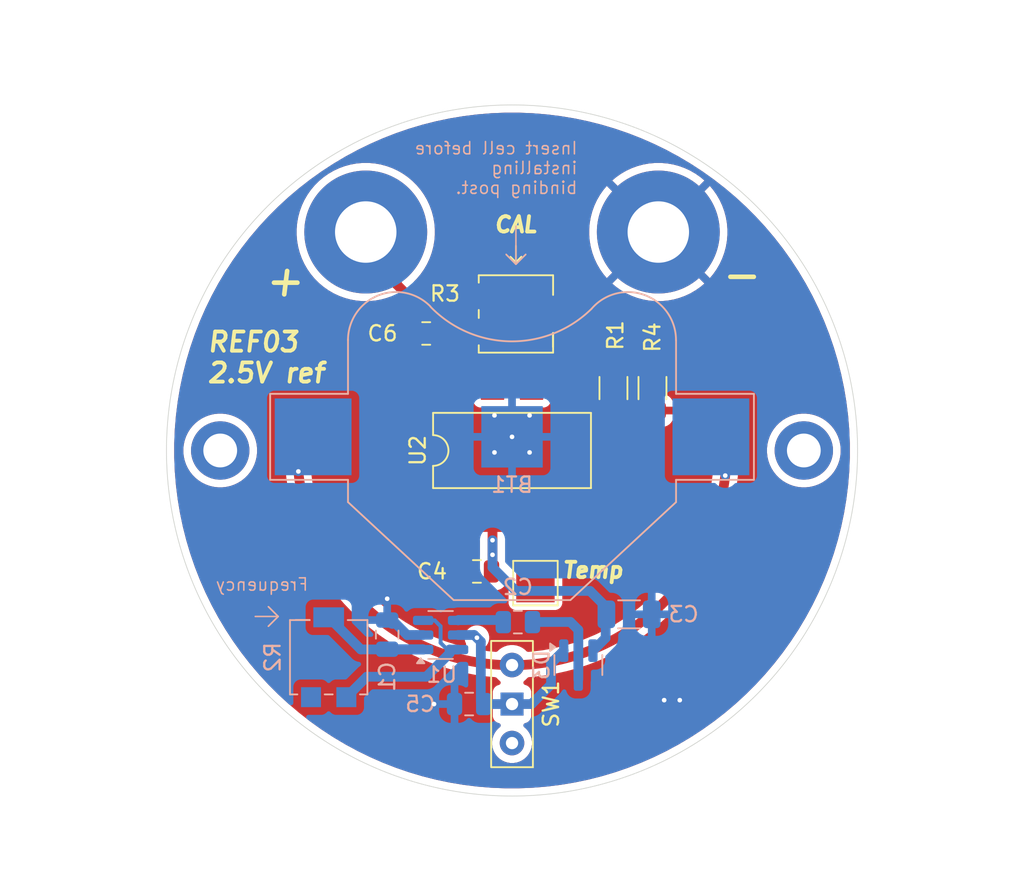
<source format=kicad_pcb>
(kicad_pcb (version 20241229) (generator "pcbnew") (generator_version "9.0")
  (layers (0 "F.Cu" signal) (2 "B.Cu" signal) (13 "F.Paste" user) (15 "B.Paste" user) (5 "F.SilkS" user "F.Silkscreen") (7 "B.SilkS" user "B.Silkscreen") (1 "F.Mask" user) (3 "B.Mask" user) (25 "Edge.Cuts" user))
  (net 0 "")
  (net 1 "GND")
  (net 2 "Net-(BT1-+)")
  (net 3 "Net-(U1-1A)")
  (net 4 "Net-(U1-2Y)")
  (net 5 "/6V")
  (net 6 "+3V0")
  (net 7 "Net-(U2-VOUT)")
  (net 8 "Net-(U2-TRIM)")
  (net 9 "Net-(R1-Pad2)")
  (net 10 "/1Y")
  (net 11 "Net-(U2-TEMP)")
  (net 15 "Net-(D3-COM)")
  (footprint "Button_Switch_THT:SW_Slide-03_Wuerth-WS-SLTV_10x2.5x6.4_P2.54mm" (layer "F.Cu") (at 0 16.51 -90)
    (property "Reference" "SW1" (at 0 -2.54 90) (layer "F.SilkS"))
    (property "Value" "SW_SPST")
    (fp_poly (pts (xy -4.11 -1.36) (xy 4.11 -1.36) (xy 4.11 1.36) (xy -4.11 1.36)) (stroke (width 0.12)) (fill no) (layer "F.SilkS"))
    (pad "1" thru_hole rect (at 0 0 270) (size 1.5 1.5) (drill 0.8) (layers "*.Cu" "*.Mask") (net 6 "+3V0"))
    (pad "2" thru_hole circle (at -2.54 0 270) (size 1.6 1.6) (drill 0.8) (layers "*.Cu" "*.Mask") (net 2 "Net-(BT1-+)"))
    (pad "3" thru_hole circle (at 2.54 0 270) (size 1.6 1.6) (drill 0.8) (layers "*.Cu" "*.Mask"))
  )
  (footprint "Resistor_SMD:R_1206_3216Metric" (layer "F.Cu") (at 6.604 -4.064 90)
    (property "Reference" "R1" (at 3.429 0.127 270) (layer "F.SilkS"))
    (property "Value" "470k")
    (fp_line (start -0.727064 -0.91) (end 0.727064 -0.91) (stroke (width 0.12)) (layer "F.SilkS"))
    (fp_line (start -0.727064 0.91) (end 0.727064 0.91) (stroke (width 0.12)) (layer "F.SilkS"))
    (pad "1" smd roundrect (at -1.4625 0 90) (size 1.125 1.75) (layers "F.Cu" "F.Mask" "F.Paste") (roundrect_rratio 0.222222) (net 8 "Net-(U2-TRIM)"))
    (pad "2" smd roundrect (at 1.4625 0 90) (size 1.125 1.75) (layers "F.Cu" "F.Mask" "F.Paste") (roundrect_rratio 0.222222) (net 9 "Net-(R1-Pad2)"))
  )
  (footprint "MountingHole:MountingHole_2.2mm_M2_DIN965_Pad" (layer "F.Cu") (at 19 0)
    (property "Reference" "REF**" (hide yes))
    (property "Value" "MountingHole_2.2mm_M2_DIN965_Pad")
    (pad "1" thru_hole circle (at 0 0) (size 3.8 3.8) (drill 2.2) (layers "*.Cu" "*.Mask"))
  )
  (footprint "Capacitor_SMD:C_0805_2012Metric" (layer "F.Cu") (at -5.588 -7.62)
    (property "Reference" "C6" (at -2.8448 0 0) (layer "F.SilkS"))
    (property "Value" "100nF")
    (fp_line (start -0.261253 -0.735) (end 0.261253 -0.735) (stroke (width 0.12)) (layer "F.SilkS"))
    (fp_line (start -0.261253 0.735) (end 0.261253 0.735) (stroke (width 0.12)) (layer "F.SilkS"))
    (pad "1" smd roundrect (at -0.949999 0) (size 1 1.45) (layers "F.Cu" "F.Mask" "F.Paste") (net 1 "GND"))
    (pad "2" smd roundrect (at 0.949999 0) (size 1 1.45) (layers "F.Cu" "F.Mask" "F.Paste") (net 7 "Net-(U2-VOUT)"))
  )
  (footprint "Potentiometer_SMD:Potentiometer_Bourns_3214G_Horizontal" (layer "F.Cu") (at 0.254 -8.89 180)
    (property "Reference" "R3" (at 4.6228 1.3208 0) (layer "F.SilkS"))
    (property "Value" "10k")
    (fp_line (start 2.42 2.04) (end 2.42 2.52) (stroke (width 0.12)) (layer "F.SilkS"))
    (fp_line (start 2.42 -0.26) (end 2.42 0.26) (stroke (width 0.12)) (layer "F.SilkS"))
    (fp_line (start 2.42 -2.52) (end 2.42 -2.04) (stroke (width 0.12)) (layer "F.SilkS"))
    (fp_line (start -2.42 2.52) (end 2.42 2.52) (stroke (width 0.12)) (layer "F.SilkS"))
    (fp_line (start -2.42 1.24) (end -2.42 2.52) (stroke (width 0.12)) (layer "F.SilkS"))
    (fp_line (start -2.42 -2.14) (end -2.42 -1.24) (stroke (width 0.12)) (layer "F.SilkS"))
    (fp_line (start -2.42 -2.14) (end -2.42 -1.24) (stroke (width 0.12)) (layer "F.SilkS"))
    (fp_line (start -2.42 -2.14) (end -2.42 -2.14) (stroke (width 0.12)) (layer "F.SilkS"))
    (fp_line (start -2.42 -2.52) (end 2.42 -2.52) (stroke (width 0.12)) (layer "F.SilkS"))
    (fp_line (start -2.42 -2.52) (end -2.42 -1.24) (stroke (width 0.12)) (layer "F.SilkS"))
    (pad "1" smd rect (at 2.6 -1.15 180) (size 1.3 1.3) (layers "F.Cu" "F.Mask" "F.Paste") (net 7 "Net-(U2-VOUT)"))
    (pad "2" smd rect (at -2.6 0 180) (size 1.3 2) (layers "F.Cu" "F.Mask" "F.Paste") (net 9 "Net-(R1-Pad2)"))
    (pad "3" smd rect (at 2.6 1.15 180) (size 1.3 1.3) (layers "F.Cu" "F.Mask" "F.Paste"))
  )
  (footprint "Capacitor_SMD:C_0805_2012Metric" (layer "F.Cu") (at -2.286 7.874)
    (property "Reference" "C4" (at -2.921 0 0) (layer "F.SilkS"))
    (property "Value" "100nF")
    (fp_line (start -0.261252 -0.735) (end 0.261252 -0.735) (stroke (width 0.12)) (layer "F.SilkS"))
    (fp_line (start -0.261252 0.735) (end 0.261252 0.735) (stroke (width 0.12)) (layer "F.SilkS"))
    (pad "1" smd roundrect (at -0.95 0) (size 1 1.45) (layers "F.Cu" "F.Mask" "F.Paste") (net 1 "GND"))
    (pad "2" smd roundrect (at 0.95 0) (size 1 1.45) (layers "F.Cu" "F.Mask" "F.Paste") (net 5 "/6V"))
  )
  (footprint "Package_DIP:PowerIntegrations_SMD-8" (layer "F.Cu") (at 0 0 90)
    (property "Reference" "U2" (at 0 -6.14 90) (layer "F.SilkS"))
    (property "Value" "REF03GP")
    (fp_line (start 2.45 -5.14) (end 1 -5.14) (stroke (width 0.12)) (layer "F.SilkS"))
    (fp_line (start -1 -5.14) (end -2.45 -5.14) (stroke (width 0.12)) (layer "F.SilkS"))
    (fp_line (start -2.45 -5.14) (end -2.45 5.14) (stroke (width 0.12)) (layer "F.SilkS"))
    (fp_line (start 2.45 5.14) (end 2.45 -5.14) (stroke (width 0.12)) (layer "F.SilkS"))
    (fp_line (start -2.45 5.14) (end 2.45 5.14) (stroke (width 0.12)) (layer "F.SilkS"))
    (fp_arc (start 1 -5.14) (mid 0 -4.14) (end -1 -5.14) (stroke (width 0.12)) (layer "F.SilkS"))
    (pad "1" smd rect (at -4.3 -3.81 90) (size 2 1.17) (layers "F.Cu" "F.Mask" "F.Paste"))
    (pad "2" smd rect (at -4.3 -1.27 90) (size 2 1.52) (layers "F.Cu" "F.Mask" "F.Paste") (net 5 "/6V"))
    (pad "3" smd rect (at -4.3 1.27 90) (size 2 1.52) (layers "F.Cu" "F.Mask" "F.Paste") (net 11 "Net-(U2-TEMP)"))
    (pad "4" smd rect (at -4.3 3.81 90) (size 2 1.17) (layers "F.Cu" "F.Mask" "F.Paste") (net 1 "GND"))
    (pad "5" smd rect (at 4.3 3.81 90) (size 2 1.17) (layers "F.Cu" "F.Mask" "F.Paste") (net 8 "Net-(U2-TRIM)"))
    (pad "6" smd rect (at 4.3 1.27 90) (size 2 1.52) (layers "F.Cu" "F.Mask" "F.Paste") (net 7 "Net-(U2-VOUT)"))
    (pad "7" smd rect (at 4.3 -1.27 90) (size 2 1.52) (layers "F.Cu" "F.Mask" "F.Paste"))
    (pad "8" smd rect (at 4.3 -3.81 90) (size 2 1.17) (layers "F.Cu" "F.Mask" "F.Paste"))
  )
  (footprint "Resistor_SMD:R_1206_3216Metric" (layer "F.Cu") (at 9.144 -4.064 90)
    (property "Reference" "R4" (at 3.302 0 270) (layer "F.SilkS"))
    (property "Value" "1k")
    (fp_line (start -0.727064 -0.91) (end 0.727064 -0.91) (stroke (width 0.12)) (layer "F.SilkS"))
    (fp_line (start -0.727064 0.91) (end 0.727064 0.91) (stroke (width 0.12)) (layer "F.SilkS"))
    (pad "1" smd roundrect (at -1.4625 0 90) (size 1.125 1.75) (layers "F.Cu" "F.Mask" "F.Paste") (roundrect_rratio 0.222222) (net 1 "GND"))
    (pad "2" smd roundrect (at 1.4625 0 90) (size 1.125 1.75) (layers "F.Cu" "F.Mask" "F.Paste") (roundrect_rratio 0.222222) (net 9 "Net-(R1-Pad2)"))
  )
  (footprint "TestPoint:TestPoint_Loop_D2.50mm_Drill1.0mm" (layer "F.Cu") (at 9.525 -14.224)
    (property "Reference" "TP4" (hide yes))
    (property "Value" "GND")
    (fp_circle (center 0 0) (end 1.5 0) (stroke (width 0.12)) (fill no) (layer "F.SilkS"))
    (pad "1" thru_hole circle (at 0 0) (size 8 8) (drill 4) (layers "*.Cu" "*.Mask") (net 1 "GND"))
  )
  (footprint "TestPoint:TestPoint_Loop_D2.50mm_Drill1.0mm" (layer "F.Cu") (at -9.525 -14.224 45)
    (property "Reference" "TP1" (hide yes))
    (property "Value" "REF_OUT")
    (fp_circle (center 0 0) (end 1.5 0) (stroke (width 0.12)) (fill no) (layer "F.SilkS"))
    (pad "1" thru_hole circle (at 0 0 45) (size 8 8) (drill 4) (layers "*.Cu" "*.Mask") (net 7 "Net-(U2-VOUT)"))
  )
  (footprint "MountingHole:MountingHole_2.2mm_M2_DIN965_Pad" (layer "F.Cu") (at -19 0)
    (property "Reference" "REF**" (hide yes))
    (property "Value" "MountingHole_2.2mm_M2_DIN965_Pad")
    (pad "1" thru_hole circle (at 0 0) (size 3.8 3.8) (drill 2.2) (layers "*.Cu" "*.Mask"))
  )
  (footprint "TestPoint:TestPoint_Pad_2.5x2.5mm" (layer "F.Cu") (at 1.524 8.636)
    (property "Reference" "TP2" (hide yes))
    (property "Value" "TEMP")
    (fp_line (start -1.45 -1.45) (end 1.45 -1.45) (stroke (width 0.12)) (layer "F.SilkS"))
    (fp_line (start -1.45 1.45) (end -1.45 -1.45) (stroke (width 0.12)) (layer "F.SilkS"))
    (fp_line (start 1.45 -1.45) (end 1.45 1.45) (stroke (width 0.12)) (layer "F.SilkS"))
    (fp_line (start 1.45 1.45) (end -1.45 1.45) (stroke (width 0.12)) (layer "F.SilkS"))
    (pad "1" smd rect (at 0 0) (size 2.5 2.5) (layers "F.Cu" "F.Mask") (net 11 "Net-(U2-TEMP)"))
  )
  (footprint "Package_TO_SOT_SMD:SOT-23" (layer "B.Cu") (at 4.318 13.97 -90)
    (property "Reference" "D3" (at 0 2.4 90) (layer "B.SilkS") (effects (justify mirror)))
    (property "Value" "BAT54S")
    (fp_line (start 0 1.560001) (end -0.65 1.56) (stroke (width 0.12)) (layer "B.SilkS"))
    (fp_line (start 0 1.560001) (end 0.65 1.56) (stroke (width 0.12)) (layer "B.SilkS"))
    (fp_line (start 0 -1.560001) (end -0.65 -1.56) (stroke (width 0.12)) (layer "B.SilkS"))
    (fp_line (start 0 -1.560001) (end 0.65 -1.56) (stroke (width 0.12)) (layer "B.SilkS"))
    (fp_poly (pts (xy -1.1625 1.51) (xy -1.4025 1.84) (xy -0.9225 1.839999) (xy -1.1625 1.51)) (stroke (width 0.12)) (fill yes) (layer "B.SilkS"))
    (pad "1" smd roundrect (at -0.9375 0.95 270) (size 1.475 0.6) (layers "B.Cu" "B.Mask" "B.Paste") (net 6 "+3V0"))
    (pad "2" smd roundrect (at -0.9375 -0.95 270) (size 1.475 0.6) (layers "B.Cu" "B.Mask" "B.Paste") (net 5 "/6V"))
    (pad "3" smd roundrect (at 0.937501 0 270) (size 1.475 0.6) (layers "B.Cu" "B.Mask" "B.Paste") (net 15 "Net-(D3-COM)"))
  )
  (footprint "Battery:BatteryHolder_Multicomp_BC-2001_1x2032" (layer "B.Cu") (at 0 -0.889 180)
    (property "Reference" "BT1" (at 0 -3.1242 0) (layer "B.SilkS") (effects (justify mirror)))
    (property "Value" "Battery_Cell")
    (fp_line (start 15.75 2.8) (end 10.68 2.8) (stroke (width 0.12)) (layer "B.SilkS"))
    (fp_line (start 15.75 -2.8) (end 15.75 2.8) (stroke (width 0.12)) (layer "B.SilkS"))
    (fp_line (start 10.68 2.8) (end 10.68 6.35) (stroke (width 0.12)) (layer "B.SilkS"))
    (fp_line (start 10.68 -2.8) (end 15.75 -2.8) (stroke (width 0.12)) (layer "B.SilkS"))
    (fp_line (start 10.68 -2.8) (end 10.68 -4.25) (stroke (width 0.12)) (layer "B.SilkS"))
    (fp_line (start 10.68 -4.25) (end 3.8 -10.63) (stroke (width 0.12)) (layer "B.SilkS"))
    (fp_line (start 3.8 -10.63) (end -3.8 -10.63) (stroke (width 0.12)) (layer "B.SilkS"))
    (fp_line (start -10.68 2.8) (end -10.68 6.28) (stroke (width 0.12)) (layer "B.SilkS"))
    (fp_line (start -10.68 -2.8) (end -10.68 -4.25) (stroke (width 0.12)) (layer "B.SilkS"))
    (fp_line (start -10.68 -4.25) (end -3.8 -10.63) (stroke (width 0.12)) (layer "B.SilkS"))
    (fp_line (start -15.75 2.8) (end -10.68 2.8) (stroke (width 0.12)) (layer "B.SilkS"))
    (fp_line (start -15.75 -2.8) (end -10.68 -2.8) (stroke (width 0.12)) (layer "B.SilkS"))
    (fp_line (start -15.75 -2.8) (end -15.75 2.8) (stroke (width 0.12)) (layer "B.SilkS"))
    (fp_arc (start 10.68 6.3) (mid 8.734461 9.197232) (end 5.316452 8.492753) (stroke (width 0.12)) (layer "B.SilkS"))
    (fp_arc (start -5.169999 8.330001) (mid 0.096808 6.218103) (end 5.306422 8.467392) (stroke (width 0.12)) (layer "B.SilkS"))
    (fp_arc (start -5.180001 8.339999) (mid -8.637972 9.23169) (end -10.677058 6.3) (stroke (width 0.12)) (layer "B.SilkS"))
    (pad "1" smd rect (at -12.95 0 180) (size 5 5) (layers "B.Cu" "B.Mask" "B.Paste") (net 2 "Net-(BT1-+)"))
    (pad "1" smd rect (at 12.95 0 180) (size 5 5) (layers "B.Cu" "B.Mask" "B.Paste") (net 2 "Net-(BT1-+)"))
    (pad "2" smd rect (at 0 0 180) (size 4 4) (layers "B.Cu" "B.Mask" "B.Paste") (net 1 "GND"))
  )
  (footprint "Capacitor_SMD:C_0805_2012Metric" (layer "B.Cu") (at -8.128 11.9888 90)
    (property "Reference" "C1" (at -2.7432 0 90) (layer "B.SilkS") (effects (justify mirror)))
    (property "Value" "100nF")
    (fp_line (start -0.261253 -0.735) (end 0.261253 -0.735) (stroke (width 0.12)) (layer "B.SilkS"))
    (fp_line (start -0.261253 0.735) (end 0.261253 0.735) (stroke (width 0.12)) (layer "B.SilkS"))
    (pad "1" smd roundrect (at -0.949999 0 90) (size 1 1.45) (layers "B.Cu" "B.Mask" "B.Paste") (net 3 "Net-(U1-1A)"))
    (pad "2" smd roundrect (at 0.949999 0 90) (size 1 1.45) (layers "B.Cu" "B.Mask" "B.Paste") (net 1 "GND"))
  )
  (footprint "Capacitor_SMD:C_0805_2012Metric" (layer "B.Cu") (at -2.794 16.51)
    (property "Reference" "C5" (at -3.175 0 0) (layer "B.SilkS") (effects (justify mirror)))
    (property "Value" "100nF")
    (fp_line (start -0.261253 -0.735) (end 0.261253 -0.735) (stroke (width 0.12)) (layer "B.SilkS"))
    (fp_line (start -0.261253 0.735) (end 0.261253 0.735) (stroke (width 0.12)) (layer "B.SilkS"))
    (pad "1" smd roundrect (at -0.949999 0) (size 1 1.45) (layers "B.Cu" "B.Mask" "B.Paste") (net 1 "GND"))
    (pad "2" smd roundrect (at 0.949999 0) (size 1 1.45) (layers "B.Cu" "B.Mask" "B.Paste") (net 6 "+3V0"))
  )
  (footprint "Package_TO_SOT_SMD:SOT-23-6" (layer "B.Cu") (at -4.649601 12.013026)
    (property "Reference" "U1" (at 0.077601 2.591974 0) (layer "B.SilkS") (effects (justify mirror)))
    (property "Value" "SN74LVC2G14DBV")
    (fp_line (start 0 -1.560001) (end -0.8 -1.56) (stroke (width 0.12)) (layer "B.SilkS"))
    (fp_line (start 0 -1.560001) (end 0.8 -1.56) (stroke (width 0.12)) (layer "B.SilkS"))
    (fp_line (start 0 1.560001) (end -0.8 1.56) (stroke (width 0.12)) (layer "B.SilkS"))
    (fp_line (start 0 1.560001) (end 0.8 1.56) (stroke (width 0.12)) (layer "B.SilkS"))
    (fp_poly (pts (xy -1.3 1.51) (xy -1.54 1.84) (xy -1.06 1.84) (xy -1.3 1.51)) (stroke (width 0.12)) (fill yes) (layer "B.SilkS"))
    (pad "1" smd roundrect (at -1.1375 0.949999) (size 1.325 0.6) (layers "B.Cu" "B.Mask" "B.Paste") (net 3 "Net-(U1-1A)"))
    (pad "2" smd roundrect (at -1.1375 0) (size 1.325 0.6) (layers "B.Cu" "B.Mask" "B.Paste") (net 1 "GND"))
    (pad "3" smd roundrect (at -1.1375 -0.949999) (size 1.325 0.6) (layers "B.Cu" "B.Mask" "B.Paste") (net 10 "/1Y"))
    (pad "4" smd roundrect (at 1.1375 -0.949999) (size 1.325 0.6) (layers "B.Cu" "B.Mask" "B.Paste") (net 4 "Net-(U1-2Y)"))
    (pad "5" smd roundrect (at 1.1375 0) (size 1.325 0.6) (layers "B.Cu" "B.Mask" "B.Paste") (net 6 "+3V0"))
    (pad "6" smd roundrect (at 1.1375 0.949999) (size 1.325 0.6) (layers "B.Cu" "B.Mask" "B.Paste") (net 10 "/1Y"))
  )
  (footprint "Potentiometer_SMD:Potentiometer_Bourns_3214G_Horizontal" (layer "B.Cu") (at -11.938 13.462 -90)
    (property "Reference" "R2" (at 0 3.65 90) (layer "B.SilkS") (effects (justify mirror)))
    (property "Value" "10k")
    (fp_line (start -2.419999 2.52) (end 2.419999 2.52) (stroke (width 0.12)) (layer "B.SilkS"))
    (fp_line (start -2.419999 2.52) (end -2.42 1.24) (stroke (width 0.12)) (layer "B.SilkS"))
    (fp_line (start 2.419999 2.52) (end 2.42 2.04) (stroke (width 0.12)) (layer "B.SilkS"))
    (fp_line (start -2.42 2.14) (end -2.42 2.14) (stroke (width 0.12)) (layer "B.SilkS"))
    (fp_line (start -2.42 2.14) (end -2.42 1.24) (stroke (width 0.12)) (layer "B.SilkS"))
    (fp_line (start -2.42 2.14) (end -2.42 1.24) (stroke (width 0.12)) (layer "B.SilkS"))
    (fp_line (start 2.42 0.26) (end 2.42 -0.26) (stroke (width 0.12)) (layer "B.SilkS"))
    (fp_line (start -2.42 -1.24) (end -2.419999 -2.52) (stroke (width 0.12)) (layer "B.SilkS"))
    (fp_line (start 2.42 -2.04) (end 2.419999 -2.52) (stroke (width 0.12)) (layer "B.SilkS"))
    (fp_line (start -2.419999 -2.52) (end 2.419999 -2.52) (stroke (width 0.12)) (layer "B.SilkS"))
    (pad "1" smd rect (at 2.6 -1.15 270) (size 1.3 1.3) (layers "B.Cu" "B.Mask" "B.Paste") (net 10 "/1Y"))
    (pad "2" smd rect (at -2.600001 0 270) (size 1.3 2) (layers "B.Cu" "B.Mask" "B.Paste") (net 3 "Net-(U1-1A)"))
    (pad "3" smd rect (at 2.6 1.15 270) (size 1.3 1.3) (layers "B.Cu" "B.Mask" "B.Paste"))
  )
  (footprint "Capacitor_SMD:C_1206_3216Metric" (layer "B.Cu") (at 7.62 10.668)
    (property "Reference" "C3" (at 3.556 0 0) (layer "B.SilkS") (effects (justify mirror)))
    (property "Value" "1uF")
    (fp_line (start -0.711252 -0.91) (end 0.711252 -0.91) (stroke (width 0.12)) (layer "B.SilkS"))
    (fp_line (start -0.711252 0.91) (end 0.711252 0.91) (stroke (width 0.12)) (layer "B.SilkS"))
    (pad "1" smd roundrect (at -1.475001 0) (size 1.15 1.8) (layers "B.Cu" "B.Mask" "B.Paste") (roundrect_rratio 0.217391) (net 5 "/6V"))
    (pad "2" smd roundrect (at 1.475001 0) (size 1.15 1.8) (layers "B.Cu" "B.Mask" "B.Paste") (roundrect_rratio 0.217391) (net 1 "GND"))
  )
  (footprint "Capacitor_SMD:C_0805_2012Metric" (layer "B.Cu") (at 0.381 11.176 180)
    (property "Reference" "C2" (at 0 2.286 0) (layer "B.SilkS") (effects (justify mirror)))
    (property "Value" "470nF")
    (fp_line (start -0.261253 0.735) (end 0.261253 0.735) (stroke (width 0.12)) (layer "B.SilkS"))
    (fp_line (start -0.261253 -0.735) (end 0.261253 -0.735) (stroke (width 0.12)) (layer "B.SilkS"))
    (pad "1" smd roundrect (at -0.949999 0 180) (size 1 1.45) (layers "B.Cu" "B.Mask" "B.Paste") (net 15 "Net-(D3-COM)"))
    (pad "2" smd roundrect (at 0.949999 0 180) (size 1 1.45) (layers "B.Cu" "B.Mask" "B.Paste") (net 4 "Net-(U1-2Y)"))
  )
  (gr_arc (start 13.883484 1.633351) (mid -0.13547 13.978577) (end -13.912532 1.363973) (stroke (width 0.635)) (layer "F.Cu") (net 2))
  (gr_line (start 0.254 -12.2682) (end -0.1016 -12.6238) (stroke (width 0.1)) (layer "F.SilkS"))
  (gr_line (start 0.254 -12.2682) (end 0.6096 -12.6238) (stroke (width 0.1)) (layer "F.SilkS"))
  (gr_line (start 0.6096 -12.6238) (end 0.254 -12.2682) (stroke (width 0.1)) (layer "F.SilkS"))
  (gr_line (start 0.254 -13.335) (end 0.254 -12.2682) (stroke (width 0.1)) (layer "F.SilkS"))
  (gr_line (start -15.2273 10.8077) (end -15.8623 10.1727) (stroke (width 0.1)) (layer "B.SilkS"))
  (gr_line (start 0.254 -12.1285) (end 0.889 -12.7635) (stroke (width 0.1)) (layer "B.SilkS"))
  (gr_line (start -16.71955 10.8077) (end -15.2273 10.8077) (stroke (width 0.1)) (layer "B.SilkS"))
  (gr_line (start 0.889 -12.7635) (end 0.254 -12.1285) (stroke (width 0.1)) (layer "B.SilkS"))
  (gr_line (start -15.8623 10.1727) (end -15.2273 10.8077) (stroke (width 0.1)) (layer "B.SilkS"))
  (gr_line (start -15.2273 10.8077) (end -15.8623 11.4427) (stroke (width 0.1)) (layer "B.SilkS"))
  (gr_line (start 0.254 -12.1285) (end -0.381 -12.7635) (stroke (width 0.1)) (layer "B.SilkS"))
  (gr_line (start 0.254 -14.605) (end 0.254 -12.1285) (stroke (width 0.1)) (layer "B.SilkS"))
  (gr_line (start -0.381 -12.7635) (end 0.254 -12.1285) (stroke (width 0.1)) (layer "B.SilkS"))
  (gr_line (start -15.8623 11.4427) (end -15.2273 10.8077) (stroke (width 0.1)) (layer "B.SilkS"))
  (gr_circle (center 0 0) (end 22.5 0) (stroke (width 0.05)) (fill no) (layer "Edge.Cuts"))
  (gr_text "+" (at -16.256 -9.906 0) (layer "F.SilkS") (effects (font (size 2 2) (thickness 0.3) (italic yes)) (justify left bottom)))
  (gr_text "-\n" (at 13.462 -10.287 0) (layer "F.SilkS") (effects (font (size 2 2) (thickness 0.3) (italic yes)) (justify left bottom)))
  (gr_text "Temp" (at 3.175 8.382 0) (layer "F.SilkS") (effects (font (size 1 1) (thickness 0.25) (bold yes) (italic yes)) (justify left bottom)))
  (gr_text "REF03\n2.5V ref" (at -19.939 -4.318 0) (layer "F.SilkS") (effects (font (size 1.25 1.25) (thickness 0.25) (bold yes) (italic yes)) (justify left bottom)))
  (gr_text "CAL" (at -1.27 -14.1224 0) (layer "F.SilkS") (effects (font (size 1 1) (thickness 0.25) (bold yes) (italic yes)) (justify left bottom)))
  (gr_text "Insert cell before\ninstalling\nbinding post." (at 4.318 -16.637 0) (layer "B.SilkS") (effects (font (size 0.8 0.8) (thickness 0.1)) (justify left bottom mirror)))
  (gr_text "Frequency" (at -13.208 9.1948 0) (layer "B.SilkS") (effects (font (size 0.8 0.8) (thickness 0.1)) (justify left bottom mirror)))
  (via (at -1.143 0.127) (size 0.6) (drill 0.3) (layers "F.Cu" "B.Cu") (net 1))
  (via (at -5.08 16.51) (size 0.6) (drill 0.3) (layers "F.Cu" "B.Cu") (net 1))
  (via (at 1.143 -2.286) (size 0.6) (drill 0.3) (layers "F.Cu" "B.Cu") (net 1))
  (via (at 10.922 16.256) (size 0.6) (drill 0.3) (layers "F.Cu" "B.Cu") (net 1))
  (via (at 1.143 0.127) (size 0.6) (drill 0.3) (layers "F.Cu" "B.Cu") (net 1))
  (via (at 9.906 16.256) (size 0.6) (drill 0.3) (layers "F.Cu" "B.Cu") (net 1))
  (via (at -1.143 -2.286) (size 0.6) (drill 0.3) (layers "F.Cu" "B.Cu") (net 1))
  (via (at 0 -0.889) (size 0.6) (drill 0.3) (layers "F.Cu" "B.Cu") (net 1))
  (via (at -8.128 9.652) (size 0.6) (drill 0.3) (layers "F.Cu" "B.Cu") (net 1))
  (segment (start -6.818077 12.013026) (end -6.83168 12.013026) (width 0.635) (layer "B.Cu") (net 1))
  (segment (start -7.805905 11.038801) (end -7.805905 11.293675) (width 0.635) (layer "B.Cu") (net 1))
  (segment (start -6.83168 12.013026) (end -7.805905 11.038801) (width 0.635) (layer "B.Cu") (net 1))
  (segment (start -5.787101 12.013026) (end -6.818077 12.013026) (width 0.635) (layer "B.Cu") (net 1))
  (via (at -13.912532 1.363973) (size 0.6) (drill 0.3) (layers "F.Cu" "B.Cu") (net 2))
  (via (at 13.883484 1.633351) (size 0.6) (drill 0.3) (layers "F.Cu" "B.Cu") (net 2))
  (segment (start -9.845999 12.954) (end -11.938 10.861999) (width 0.635) (layer "B.Cu") (net 3))
  (segment (start -5.787101 12.963025) (end -7.830131 12.963025) (width 0.635) (layer "B.Cu") (net 3))
  (segment (start -5.811327 12.938799) (end -5.787101 12.963025) (width 0.635) (layer "B.Cu") (net 3))
  (segment (start -7.805905 12.938799) (end -5.811327 12.938799) (width 0.635) (layer "B.Cu") (net 3))
  (segment (start -7.839156 12.954) (end -9.845999 12.954) (width 0.635) (layer "B.Cu") (net 3))
  (segment (start -7.830131 12.963025) (end -7.839156 12.954) (width 0.635) (layer "B.Cu") (net 3))
  (segment (start -3.512101 11.063027) (end -3.461988 11.012914) (width 0.254) (layer "B.Cu") (net 4))
  (segment (start -3.512101 11.063027) (end -3.487179 11.038105) (width 0.635) (layer "B.Cu") (net 4))
  (segment (start -0.706894 11.038105) (end -0.568999 11.176) (width 0.635) (layer "B.Cu") (net 4))
  (segment (start -3.487179 11.038105) (end -0.706894 11.038105) (width 0.635) (layer "B.Cu") (net 4))
  (segment (start -1.27 7.808) (end -1.27 6.792) (width 0.635) (layer "F.Cu") (net 5))
  (segment (start -1.27 5.842) (end -1.27 6.792) (width 0.635) (layer "F.Cu") (net 5))
  (segment (start -1.27 4.3) (end -1.27 6.792) (width 0.254) (layer "F.Cu") (net 5))
  (segment (start -1.336 7.874) (end -1.27 7.808) (width 0.635) (layer "F.Cu") (net 5))
  (segment (start -1.27 5.842) (end -1.27 4.3) (width 0.635) (layer "F.Cu") (net 5))
  (via (at -1.27 5.842) (size 0.6) (drill 0.3) (layers "F.Cu" "B.Cu") (net 5))
  (via (at -1.27 6.792) (size 0.6) (drill 0.3) (layers "F.Cu" "B.Cu") (net 5))
  (segment (start -1.27 5.842) (end -1.27 7.62) (width 0.635) (layer "B.Cu") (net 5))
  (segment (start 5.08 9.144) (end 6.096 10.16) (width 0.635) (layer "B.Cu") (net 5))
  (segment (start 6.096 10.16) (end 6.096 12.2045) (width 0.635) (layer "B.Cu") (net 5))
  (segment (start 6.096 12.2045) (end 5.268 13.0325) (width 0.635) (layer "B.Cu") (net 5))
  (segment (start 0.254 9.144) (end 5.08 9.144) (width 0.635) (layer "B.Cu") (net 5))
  (segment (start -1.27 7.62) (end 0.254 9.144) (width 0.635) (layer "B.Cu") (net 5))
  (via (at -2.286 12.192) (size 0.6) (drill 0.3) (layers "F.Cu" "B.Cu") (net 6))
  (segment (start -2.032 16.322001) (end -2.032 12.446) (width 0.635) (layer "B.Cu") (net 6))
  (segment (start -2.464974 12.013026) (end -3.512101 12.013026) (width 0.635) (layer "B.Cu") (net 6))
  (segment (start -2.032 12.446) (end -2.286 12.192) (width 0.635) (layer "B.Cu") (net 6))
  (segment (start -1.844001 16.51) (end -2.032 16.322001) (width 0.635) (layer "B.Cu") (net 6))
  (segment (start -2.286 12.192) (end -2.464974 12.013026) (width 0.635) (layer "B.Cu") (net 6))
  (segment (start 0 16.51) (end 1.27 16.51) (width 0.635) (layer "B.Cu") (net 6))
  (segment (start 0 16.51) (end -1.844001 16.51) (width 0.635) (layer "B.Cu") (net 6))
  (segment (start 1.27 16.51) (end 2.54 15.24) (width 0.635) (layer "B.Cu") (net 6))
  (segment (start 2.54 15.24) (end 2.54 13.8605) (width 0.635) (layer "B.Cu") (net 6))
  (segment (start 2.54 13.8605) (end 3.368 13.0325) (width 0.635) (layer "B.Cu") (net 6))
  (segment (start -7.5 -10.802) (end -4.318 -7.62) (width 0.635) (layer "F.Cu") (net 7))
  (segment (start 0.508 -7.62) (end 1.27 -6.858) (width 0.635) (layer "F.Cu") (net 7))
  (segment (start -4.318 -7.62) (end 0.508 -7.62) (width 0.635) (layer "F.Cu") (net 7))
  (segment (start -7.5 -13.462) (end -7.5 -10.802) (width 0.635) (layer "F.Cu") (net 7))
  (segment (start 1.27 -6.858) (end 1.27 -4.3) (width 0.635) (layer "F.Cu") (net 7))
  (segment (start 4.046 -4.064) (end 3.81 -4.3) (width 0.635) (layer "F.Cu") (net 8))
  (segment (start 6.604 -2.6015) (end 6.604 -3.556) (width 0.635) (layer "F.Cu") (net 8))
  (segment (start 6.604 -3.556) (end 6.096 -4.064) (width 0.635) (layer "F.Cu") (net 8))
  (segment (start 6.096 -4.064) (end 4.046 -4.064) (width 0.635) (layer "F.Cu") (net 8))
  (segment (start 2.854 -8.89) (end 2.854 -8.83) (width 0.635) (layer "F.Cu") (net 9))
  (segment (start 6.604 -5.5265) (end 9.144 -5.5265) (width 0.635) (layer "F.Cu") (net 9))
  (segment (start 6.1575 -5.5265) (end 7.112 -5.5265) (width 0.635) (layer "F.Cu") (net 9))
  (segment (start 2.854 -8.83) (end 6.1575 -5.5265) (width 0.635) (layer "F.Cu") (net 9))
  (segment (start -9.458 14.732) (end -10.788 16.062) (width 0.635) (layer "B.Cu") (net 10))
  (segment (start -4.064 13.208) (end -5.588 14.732) (width 0.635) (layer "B.Cu") (net 10))
  (segment (start -4.649601 11.448666) (end -4.649601 12.526296) (width 0.254) (layer "B.Cu") (net 10))
  (segment (start -5.588 14.732) (end -9.458 14.732) (width 0.635) (layer "B.Cu") (net 10))
  (segment (start -4.064 12.963025) (end -4.064 13.208) (width 0.635) (layer "B.Cu") (net 10))
  (segment (start -5.787101 11.063027) (end -5.03524 11.063027) (width 0.254) (layer "B.Cu") (net 10))
  (segment (start -3.512101 12.963025) (end -4.064 12.963025) (width 0.635) (layer "B.Cu") (net 10))
  (segment (start -5.03524 11.063027) (end -4.649601 11.448666) (width 0.254) (layer "B.Cu") (net 10))
  (segment (start -4.649601 12.526296) (end -4.212872 12.963025) (width 0.254) (layer "B.Cu") (net 10))
  (segment (start -4.212872 12.963025) (end -3.512101 12.963025) (width 0.254) (layer "B.Cu") (net 10))
  (segment (start 1.524 4.554) (end 1.27 4.3) (width 0.635) (layer "F.Cu") (net 11))
  (segment (start 1.524 8.636) (end 1.524 4.554) (width 0.635) (layer "F.Cu") (net 11))
  (segment (start 1.340955 11.166044) (end 1.330999 11.176) (width 0.635) (layer "B.Cu") (net 15))
  (segment (start 4.318 14.907501) (end 4.318 11.684) (width 0.635) (layer "B.Cu") (net 15))
  (segment (start 3.800044 11.166044) (end 1.340955 11.166044) (width 0.635) (layer "B.Cu") (net 15))
  (segment (start 4.318 11.684) (end 3.800044 11.166044) (width 0.635) (layer "B.Cu") (net 15))
  (zone (net 1) (net_name "GND") (layers "F.Cu" "B.Cu") (connect_pads (clearance 0.5)) (min_thickness 0.3) (fill yes (thermal_gap 0.5) (thermal_bridge_width 0.5))
    (polygon (pts (xy 28.333125 -1.41889) (xy 28.293499 -2.477929) (xy 28.214302 -3.534745) (xy 28.095644 -4.587862) (xy 27.937692 -5.635805) (xy 27.740666 -6.677109) (xy 27.504843 -7.710318) (xy 27.230552 -8.733987) (xy 26.918176 -9.746684) (xy 26.568153 -10.746992) (xy 26.180972 -11.733514) (xy 25.757175 -12.704868) (xy 25.297353 -13.659697) (xy 24.802151 -14.596665) (xy 24.272261 -15.514461) (xy 23.708424 -16.411802) (xy 23.111429 -17.287433) (xy 22.48211 -18.14013) (xy 21.821348 -18.968699) (xy 21.130067 -19.771983) (xy 20.409234 -20.548856) (xy 19.659856 -21.298234) (xy 18.882983 -22.019067) (xy 18.079699 -22.710348) (xy 17.25113 -23.37111) (xy 16.398433 -24.000429) (xy 15.522802 -24.597424) (xy 14.625461 -25.161261) (xy 13.707665 -25.691151) (xy 12.770697 -26.186353) (xy 11.815868 -26.646175) (xy 10.844514 -27.069972) (xy 9.857992 -27.457153) (xy 8.857684 -27.807176) (xy 7.844987 -28.119552) (xy 6.821318 -28.393843) (xy 5.788109 -28.629666) (xy 4.746805 -28.826692) (xy 3.698862 -28.984644) (xy 2.645745 -29.103302) (xy 1.588929 -29.182499) (xy 0.52989 -29.222125) (xy -0.52989 -29.222125) (xy -1.588929 -29.182499) (xy -2.645745 -29.103302) (xy -3.698862 -28.984644) (xy -4.746805 -28.826692) (xy -5.788109 -28.629666) (xy -6.821318 -28.393843) (xy -7.844987 -28.119552) (xy -8.857684 -27.807176) (xy -9.857992 -27.457153) (xy -10.844514 -27.069972) (xy -11.815868 -26.646175) (xy -12.770697 -26.186353) (xy -13.707665 -25.691151) (xy -14.625461 -25.161261) (xy -15.522802 -24.597424) (xy -16.398433 -24.000429) (xy -17.25113 -23.37111) (xy -18.079699 -22.710348) (xy -18.882983 -22.019067) (xy -19.659856 -21.298234) (xy -20.409234 -20.548856) (xy -21.130067 -19.771983) (xy -21.821348 -18.968699) (xy -22.48211 -18.14013) (xy -23.111429 -17.287433) (xy -23.708424 -16.411802) (xy -24.272261 -15.514461) (xy -24.802151 -14.596665) (xy -25.297353 -13.659697) (xy -25.757175 -12.704868) (xy -26.180972 -11.733514) (xy -26.568153 -10.746992) (xy -26.918176 -9.746684) (xy -27.230552 -8.733987) (xy -27.504843 -7.710318) (xy -27.740666 -6.677109) (xy -27.937692 -5.635805) (xy -28.095644 -4.587862) (xy -28.214302 -3.534745) (xy -28.293499 -2.477929) (xy -28.333125 -1.41889) (xy -28.333125 -0.35911) (xy -28.293499 0.699929) (xy -28.214302 1.756745) (xy -28.095644 2.809862) (xy -27.937692 3.857805) (xy -27.740666 4.899109) (xy -27.504843 5.932318) (xy -27.230552 6.955987) (xy -26.918176 7.968684) (xy -26.568153 8.968992) (xy -26.180972 9.955514) (xy -25.757175 10.926868) (xy -25.297353 11.881697) (xy -24.802151 12.818665) (xy -24.272261 13.736461) (xy -23.708424 14.633802) (xy -23.111429 15.509433) (xy -22.48211 16.36213) (xy -21.821348 17.190699) (xy -21.130067 17.993983) (xy -20.409234 18.770856) (xy -19.659856 19.520234) (xy -18.882983 20.241067) (xy -18.079699 20.932348) (xy -17.25113 21.59311) (xy -16.398433 22.222429) (xy -15.522802 22.819424) (xy -14.625461 23.383261) (xy -13.707665 23.913151) (xy -12.770697 24.408353) (xy -11.815868 24.868175) (xy -10.844514 25.291972) (xy -9.857992 25.679153) (xy -8.857684 26.029176) (xy -7.844987 26.341552) (xy -6.821318 26.615843) (xy -5.788109 26.851666) (xy -4.746805 27.048692) (xy -3.698862 27.206644) (xy -2.645745 27.325302) (xy -1.588929 27.404499) (xy -0.52989 27.444125) (xy 0.52989 27.444125) (xy 1.588929 27.404499) (xy 2.645745 27.325302) (xy 3.698862 27.206644) (xy 4.746805 27.048692) (xy 5.788109 26.851666) (xy 6.821318 26.615843) (xy 7.844987 26.341552) (xy 8.857684 26.029176) (xy 9.857992 25.679153) (xy 10.844514 25.291972) (xy 11.815868 24.868175) (xy 12.770697 24.408353) (xy 13.707665 23.913151) (xy 14.625461 23.383261) (xy 15.522802 22.819424) (xy 16.398433 22.222429) (xy 17.25113 21.59311) (xy 18.079699 20.932348) (xy 18.882983 20.241067) (xy 19.659856 19.520234) (xy 20.409234 18.770856) (xy 21.130067 17.993983) (xy 21.821348 17.190699) (xy 22.48211 16.36213) (xy 23.111429 15.509433) (xy 23.708424 14.633802) (xy 24.272261 13.736461) (xy 24.802151 12.818665) (xy 25.297353 11.881697) (xy 25.757175 10.926868) (xy 26.180972 9.955514) (xy 26.568153 8.968992) (xy 26.918176 7.968684) (xy 27.230552 6.955987) (xy 27.504843 5.932318) (xy 27.740666 4.899109) (xy 27.937692 3.857805) (xy 28.095644 2.809862) (xy 28.214302 1.756745) (xy 28.293499 0.699929) (xy 28.333125 -0.35911)))
  )
)
</source>
